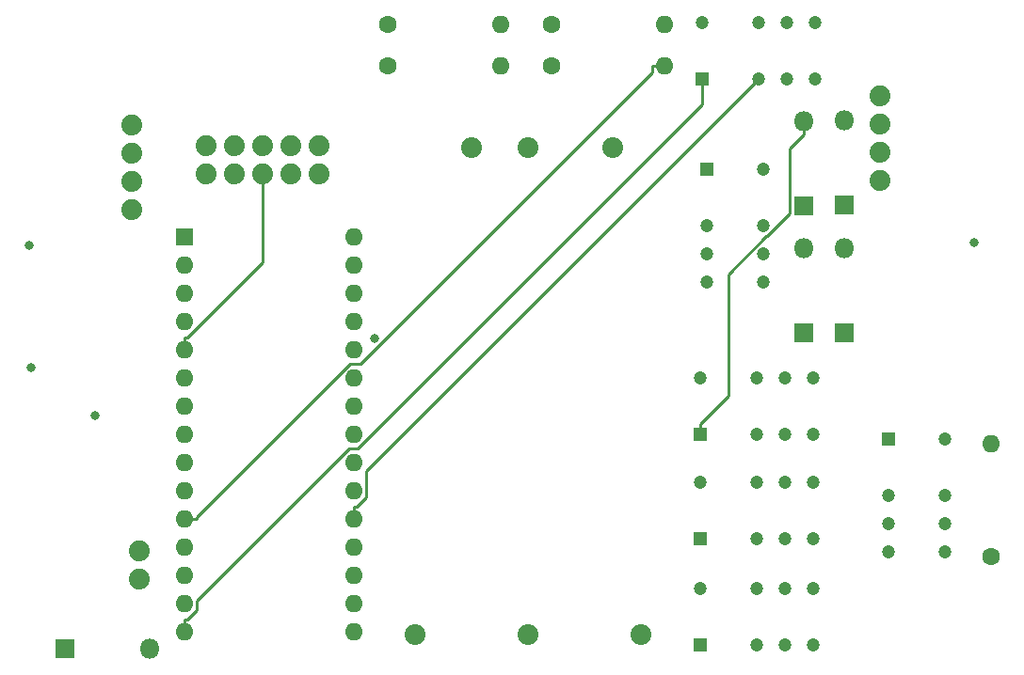
<source format=gbr>
G04 #@! TF.GenerationSoftware,KiCad,Pcbnew,(5.1.5)-3*
G04 #@! TF.CreationDate,2020-05-01T11:25:14-05:00*
G04 #@! TF.ProjectId,45-1591-1,34352d31-3539-4312-9d31-2e6b69636164,rev?*
G04 #@! TF.SameCoordinates,Original*
G04 #@! TF.FileFunction,Copper,L4,Bot*
G04 #@! TF.FilePolarity,Positive*
%FSLAX46Y46*%
G04 Gerber Fmt 4.6, Leading zero omitted, Abs format (unit mm)*
G04 Created by KiCad (PCBNEW (5.1.5)-3) date 2020-05-01 11:25:14*
%MOMM*%
%LPD*%
G04 APERTURE LIST*
%ADD10C,1.875000*%
%ADD11O,1.600000X1.600000*%
%ADD12R,1.600000X1.600000*%
%ADD13C,1.600000*%
%ADD14R,1.200000X1.200000*%
%ADD15C,1.200000*%
%ADD16O,1.800000X1.800000*%
%ADD17R,1.800000X1.800000*%
%ADD18C,1.879600*%
%ADD19C,0.800000*%
%ADD20C,0.250000*%
G04 APERTURE END LIST*
D10*
X119329000Y-117458400D03*
X109169000Y-117458400D03*
X99009000Y-117458400D03*
X116789000Y-73558400D03*
X109169000Y-73558400D03*
X104089000Y-73558400D03*
D11*
X93472000Y-117195600D03*
X78232000Y-117195600D03*
X93472000Y-81635600D03*
X78232000Y-114655600D03*
X93472000Y-84175600D03*
X78232000Y-112115600D03*
X93472000Y-86715600D03*
X78232000Y-109575600D03*
X93472000Y-89255600D03*
X78232000Y-107035600D03*
X93472000Y-91795600D03*
X78232000Y-104495600D03*
X93472000Y-94335600D03*
X78232000Y-101955600D03*
X93472000Y-96875600D03*
X78232000Y-99415600D03*
X93472000Y-99415600D03*
X78232000Y-96875600D03*
X93472000Y-101955600D03*
X78232000Y-94335600D03*
X93472000Y-104495600D03*
X78232000Y-91795600D03*
X93472000Y-107035600D03*
X78232000Y-89255600D03*
X93472000Y-109575600D03*
X78232000Y-86715600D03*
X93472000Y-112115600D03*
X78232000Y-84175600D03*
X93472000Y-114655600D03*
D12*
X78232000Y-81635600D03*
D11*
X106660000Y-62500000D03*
D13*
X96500000Y-62500000D03*
D11*
X121410000Y-66250000D03*
D13*
X111250000Y-66250000D03*
D11*
X106660000Y-66250000D03*
D13*
X96500000Y-66250000D03*
D11*
X121410000Y-62500000D03*
D13*
X111250000Y-62500000D03*
D11*
X150812000Y-100254000D03*
D13*
X150812000Y-110414000D03*
D14*
X141592000Y-99862000D03*
D15*
X146672000Y-99862000D03*
X141592000Y-104942000D03*
X146672000Y-110022000D03*
X141592000Y-107482000D03*
X141592000Y-110022000D03*
X146672000Y-104942000D03*
X146672000Y-107482000D03*
X132234000Y-113271000D03*
X129694000Y-113271000D03*
X134774000Y-118351000D03*
X132234000Y-118351000D03*
X134774000Y-113271000D03*
X129694000Y-118351000D03*
X124614000Y-113271000D03*
D14*
X124614000Y-118351000D03*
X124614000Y-99364800D03*
D15*
X124614000Y-94284800D03*
X129694000Y-99364800D03*
X134774000Y-94284800D03*
X132234000Y-99364800D03*
X134774000Y-99364800D03*
X129694000Y-94284800D03*
X132234000Y-94284800D03*
D14*
X125222000Y-75541200D03*
D15*
X130302000Y-75541200D03*
X125222000Y-80621200D03*
X130302000Y-85701200D03*
X125222000Y-83161200D03*
X125222000Y-85701200D03*
X130302000Y-80621200D03*
X130302000Y-83161200D03*
D14*
X124614000Y-108776000D03*
D15*
X124614000Y-103696000D03*
X129694000Y-108776000D03*
X134774000Y-103696000D03*
X132234000Y-108776000D03*
X134774000Y-108776000D03*
X129694000Y-103696000D03*
X132234000Y-103696000D03*
D14*
X124830000Y-67386200D03*
D15*
X124830000Y-62306200D03*
X129910000Y-67386200D03*
X134990000Y-62306200D03*
X132450000Y-67386200D03*
X134990000Y-67386200D03*
X129910000Y-62306200D03*
X132450000Y-62306200D03*
D16*
X75133200Y-118732000D03*
D17*
X67513200Y-118732000D03*
D16*
X137592000Y-71145400D03*
D17*
X137592000Y-78765400D03*
D16*
X133922000Y-71196200D03*
D17*
X133922000Y-78816200D03*
D16*
X137592000Y-82600600D03*
D17*
X137592000Y-90220600D03*
D16*
X133922000Y-82600600D03*
D17*
X133922000Y-90220600D03*
D18*
X74155300Y-109906000D03*
X74155300Y-112446000D03*
X73482200Y-79171800D03*
X73482200Y-76631800D03*
X73482200Y-74091800D03*
X73482200Y-71551800D03*
X80200500Y-75933300D03*
X80200500Y-73393300D03*
X82740500Y-75933300D03*
X82740500Y-73393300D03*
X85280500Y-75933300D03*
X85280500Y-73393300D03*
X87820500Y-75933300D03*
X87820500Y-73393300D03*
X90360500Y-75933300D03*
X90360500Y-73393300D03*
X140830000Y-76530200D03*
X140830000Y-73990200D03*
X140830000Y-71450200D03*
X140830000Y-68910200D03*
D19*
X64414700Y-93362200D03*
X64240600Y-82347500D03*
X149244700Y-82163300D03*
X95302500Y-90792200D03*
X70200200Y-97695800D03*
D20*
X124614000Y-99364800D02*
X124614000Y-98439500D01*
X133922000Y-71196200D02*
X133922000Y-72421500D01*
X133922000Y-72421500D02*
X132696700Y-73646800D01*
X132696700Y-73646800D02*
X132696700Y-79541100D01*
X132696700Y-79541100D02*
X130691200Y-81546600D01*
X130691200Y-81546600D02*
X130596000Y-81546600D01*
X130596000Y-81546600D02*
X127154000Y-84988600D01*
X127154000Y-84988600D02*
X127154000Y-95899500D01*
X127154000Y-95899500D02*
X124614000Y-98439500D01*
X78232000Y-117195600D02*
X78232000Y-116070300D01*
X124830000Y-67386200D02*
X124830000Y-69660500D01*
X124830000Y-69660500D02*
X93804900Y-100685600D01*
X93804900Y-100685600D02*
X93075800Y-100685600D01*
X93075800Y-100685600D02*
X79357300Y-114404100D01*
X79357300Y-114404100D02*
X79357300Y-115226400D01*
X79357300Y-115226400D02*
X78513400Y-116070300D01*
X78513400Y-116070300D02*
X78232000Y-116070300D01*
X78232000Y-91795600D02*
X78232000Y-90670300D01*
X85280500Y-75933300D02*
X85280500Y-83903100D01*
X85280500Y-83903100D02*
X78513300Y-90670300D01*
X78513300Y-90670300D02*
X78232000Y-90670300D01*
X79357300Y-107035600D02*
X79357300Y-106836600D01*
X79357300Y-106836600D02*
X93128300Y-93065600D01*
X93128300Y-93065600D02*
X94054900Y-93065600D01*
X94054900Y-93065600D02*
X120284700Y-66835800D01*
X120284700Y-66835800D02*
X120284700Y-66250000D01*
X78232000Y-107035600D02*
X79357300Y-107035600D01*
X121410000Y-66250000D02*
X120284700Y-66250000D01*
X93472000Y-107035600D02*
X93472000Y-105910300D01*
X129910000Y-67386200D02*
X94597300Y-102698900D01*
X94597300Y-102698900D02*
X94597300Y-105066400D01*
X94597300Y-105066400D02*
X93753400Y-105910300D01*
X93753400Y-105910300D02*
X93472000Y-105910300D01*
M02*

</source>
